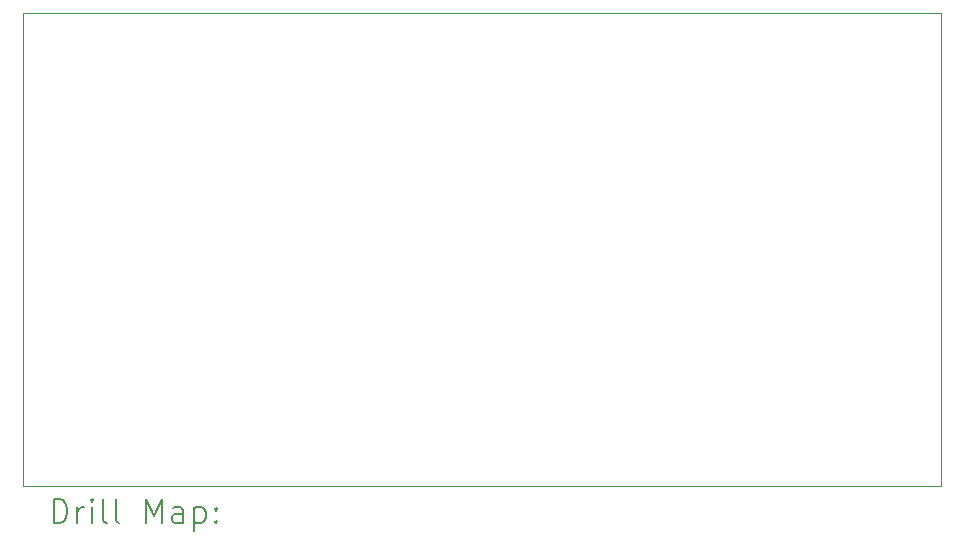
<source format=gbr>
%TF.GenerationSoftware,KiCad,Pcbnew,8.0.8*%
%TF.CreationDate,2025-02-18T22:42:43+01:00*%
%TF.ProjectId,T_lecommande,54e96c65-636f-46d6-9d61-6e64652e6b69,rev?*%
%TF.SameCoordinates,Original*%
%TF.FileFunction,Drillmap*%
%TF.FilePolarity,Positive*%
%FSLAX45Y45*%
G04 Gerber Fmt 4.5, Leading zero omitted, Abs format (unit mm)*
G04 Created by KiCad (PCBNEW 8.0.8) date 2025-02-18 22:42:43*
%MOMM*%
%LPD*%
G01*
G04 APERTURE LIST*
%ADD10C,0.050000*%
%ADD11C,0.200000*%
G04 APERTURE END LIST*
D10*
X5000000Y-5000000D02*
X12770000Y-5000000D01*
X12770000Y-9000000D01*
X5000000Y-9000000D01*
X5000000Y-5000000D01*
D11*
X5258277Y-9313984D02*
X5258277Y-9113984D01*
X5258277Y-9113984D02*
X5305896Y-9113984D01*
X5305896Y-9113984D02*
X5334467Y-9123508D01*
X5334467Y-9123508D02*
X5353515Y-9142555D01*
X5353515Y-9142555D02*
X5363039Y-9161603D01*
X5363039Y-9161603D02*
X5372563Y-9199698D01*
X5372563Y-9199698D02*
X5372563Y-9228270D01*
X5372563Y-9228270D02*
X5363039Y-9266365D01*
X5363039Y-9266365D02*
X5353515Y-9285412D01*
X5353515Y-9285412D02*
X5334467Y-9304460D01*
X5334467Y-9304460D02*
X5305896Y-9313984D01*
X5305896Y-9313984D02*
X5258277Y-9313984D01*
X5458277Y-9313984D02*
X5458277Y-9180650D01*
X5458277Y-9218746D02*
X5467801Y-9199698D01*
X5467801Y-9199698D02*
X5477324Y-9190174D01*
X5477324Y-9190174D02*
X5496372Y-9180650D01*
X5496372Y-9180650D02*
X5515420Y-9180650D01*
X5582086Y-9313984D02*
X5582086Y-9180650D01*
X5582086Y-9113984D02*
X5572563Y-9123508D01*
X5572563Y-9123508D02*
X5582086Y-9133031D01*
X5582086Y-9133031D02*
X5591610Y-9123508D01*
X5591610Y-9123508D02*
X5582086Y-9113984D01*
X5582086Y-9113984D02*
X5582086Y-9133031D01*
X5705896Y-9313984D02*
X5686848Y-9304460D01*
X5686848Y-9304460D02*
X5677324Y-9285412D01*
X5677324Y-9285412D02*
X5677324Y-9113984D01*
X5810658Y-9313984D02*
X5791610Y-9304460D01*
X5791610Y-9304460D02*
X5782086Y-9285412D01*
X5782086Y-9285412D02*
X5782086Y-9113984D01*
X6039229Y-9313984D02*
X6039229Y-9113984D01*
X6039229Y-9113984D02*
X6105896Y-9256841D01*
X6105896Y-9256841D02*
X6172562Y-9113984D01*
X6172562Y-9113984D02*
X6172562Y-9313984D01*
X6353515Y-9313984D02*
X6353515Y-9209222D01*
X6353515Y-9209222D02*
X6343991Y-9190174D01*
X6343991Y-9190174D02*
X6324943Y-9180650D01*
X6324943Y-9180650D02*
X6286848Y-9180650D01*
X6286848Y-9180650D02*
X6267801Y-9190174D01*
X6353515Y-9304460D02*
X6334467Y-9313984D01*
X6334467Y-9313984D02*
X6286848Y-9313984D01*
X6286848Y-9313984D02*
X6267801Y-9304460D01*
X6267801Y-9304460D02*
X6258277Y-9285412D01*
X6258277Y-9285412D02*
X6258277Y-9266365D01*
X6258277Y-9266365D02*
X6267801Y-9247317D01*
X6267801Y-9247317D02*
X6286848Y-9237793D01*
X6286848Y-9237793D02*
X6334467Y-9237793D01*
X6334467Y-9237793D02*
X6353515Y-9228270D01*
X6448753Y-9180650D02*
X6448753Y-9380650D01*
X6448753Y-9190174D02*
X6467801Y-9180650D01*
X6467801Y-9180650D02*
X6505896Y-9180650D01*
X6505896Y-9180650D02*
X6524943Y-9190174D01*
X6524943Y-9190174D02*
X6534467Y-9199698D01*
X6534467Y-9199698D02*
X6543991Y-9218746D01*
X6543991Y-9218746D02*
X6543991Y-9275889D01*
X6543991Y-9275889D02*
X6534467Y-9294936D01*
X6534467Y-9294936D02*
X6524943Y-9304460D01*
X6524943Y-9304460D02*
X6505896Y-9313984D01*
X6505896Y-9313984D02*
X6467801Y-9313984D01*
X6467801Y-9313984D02*
X6448753Y-9304460D01*
X6629705Y-9294936D02*
X6639229Y-9304460D01*
X6639229Y-9304460D02*
X6629705Y-9313984D01*
X6629705Y-9313984D02*
X6620182Y-9304460D01*
X6620182Y-9304460D02*
X6629705Y-9294936D01*
X6629705Y-9294936D02*
X6629705Y-9313984D01*
X6629705Y-9190174D02*
X6639229Y-9199698D01*
X6639229Y-9199698D02*
X6629705Y-9209222D01*
X6629705Y-9209222D02*
X6620182Y-9199698D01*
X6620182Y-9199698D02*
X6629705Y-9190174D01*
X6629705Y-9190174D02*
X6629705Y-9209222D01*
M02*

</source>
